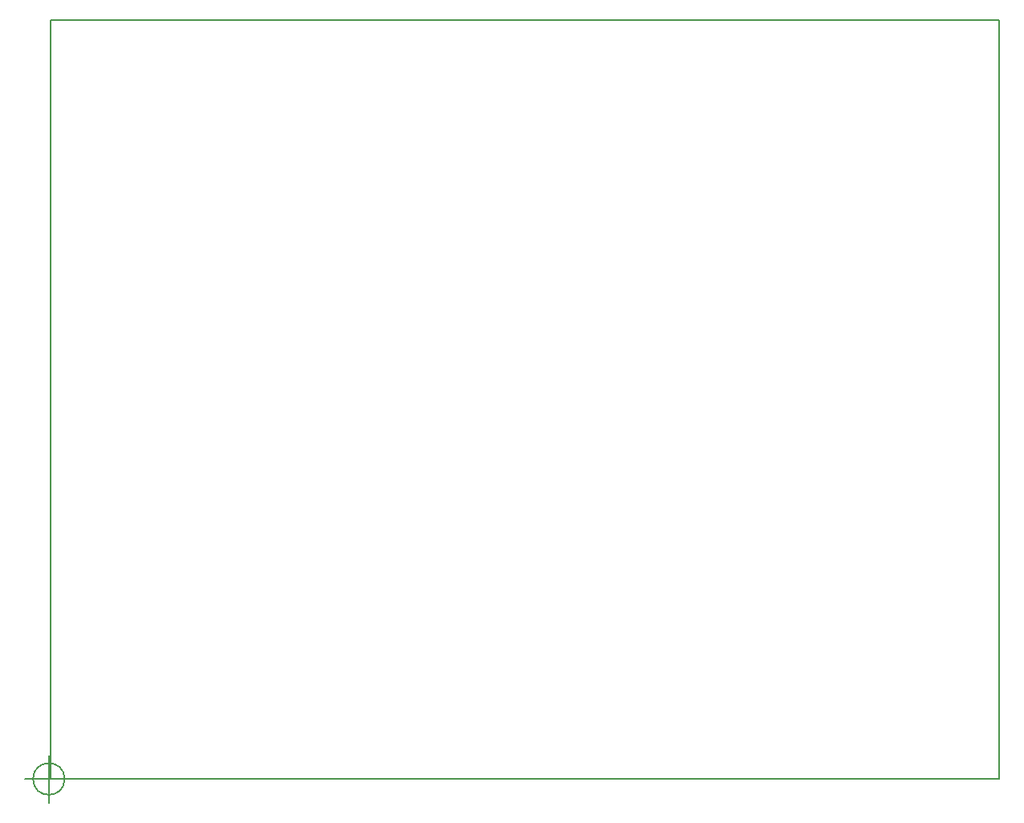
<source format=gbr>
G04 #@! TF.FileFunction,Profile,NP*
%FSLAX46Y46*%
G04 Gerber Fmt 4.6, Leading zero omitted, Abs format (unit mm)*
G04 Created by KiCad (PCBNEW 4.0.6-e0-6349~53~ubuntu16.04.1) date Wed Apr 26 15:29:20 2017*
%MOMM*%
%LPD*%
G01*
G04 APERTURE LIST*
%ADD10C,0.100000*%
%ADD11C,0.150000*%
G04 APERTURE END LIST*
D10*
D11*
X1666666Y0D02*
G75*
G03X1666666Y0I-1666666J0D01*
G01*
X-2500000Y0D02*
X2500000Y0D01*
X0Y2500000D02*
X0Y-2500000D01*
X185000Y15000D02*
X185000Y80015000D01*
X100185000Y15000D02*
X185000Y15000D01*
X100185000Y80015000D02*
X100185000Y15000D01*
X185000Y80015000D02*
X100185000Y80015000D01*
M02*

</source>
